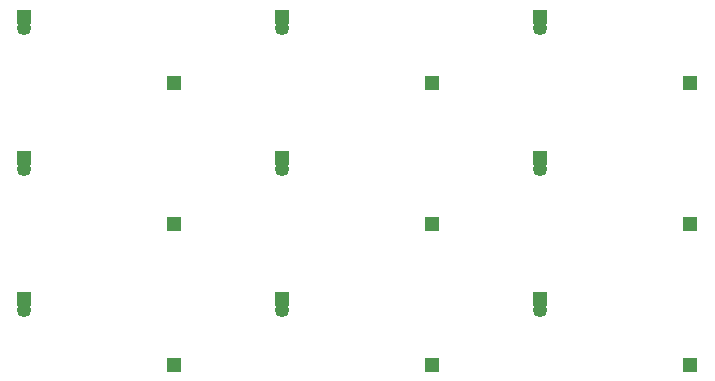
<source format=gbr>
G04 #@! TF.FileFunction,Soldermask,Bot*
%FSLAX46Y46*%
G04 Gerber Fmt 4.6, Leading zero omitted, Abs format (unit mm)*
G04 Created by KiCad (PCBNEW 4.0.7) date 09/28/17 16:14:06*
%MOMM*%
%LPD*%
G01*
G04 APERTURE LIST*
%ADD10C,0.100000*%
%ADD11R,1.250000X1.250000*%
%ADD12O,1.250000X1.250000*%
G04 APERTURE END LIST*
D10*
D11*
X182372000Y-128778000D03*
D12*
X182372000Y-129778000D03*
D11*
X195072000Y-134366000D03*
X195072000Y-122428000D03*
X182372000Y-116840000D03*
D12*
X182372000Y-117840000D03*
D11*
X182372000Y-104902000D03*
D12*
X182372000Y-105902000D03*
D11*
X195072000Y-110490000D03*
X173228000Y-110490000D03*
X160528000Y-104902000D03*
D12*
X160528000Y-105902000D03*
D11*
X160528000Y-116840000D03*
D12*
X160528000Y-117840000D03*
D11*
X173228000Y-122428000D03*
X173228000Y-134366000D03*
X160528000Y-128778000D03*
D12*
X160528000Y-129778000D03*
D11*
X138684000Y-128778000D03*
D12*
X138684000Y-129778000D03*
D11*
X151384000Y-134366000D03*
X151384000Y-122428000D03*
X138684000Y-116840000D03*
D12*
X138684000Y-117840000D03*
D11*
X138684000Y-104902000D03*
D12*
X138684000Y-105902000D03*
D11*
X151384000Y-110490000D03*
M02*

</source>
